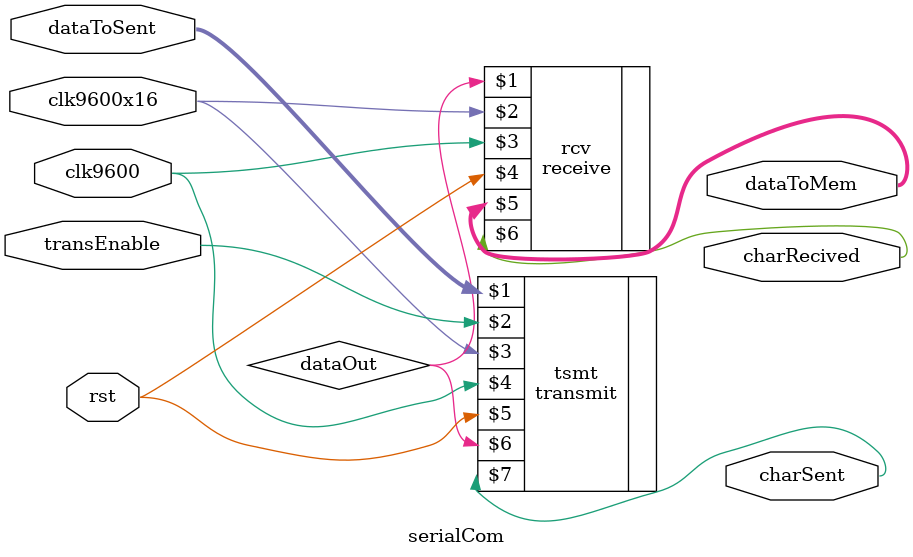
<source format=v>
module serialCom (dataToSent, transEnable, clk9600x16, clk9600, rst, dataToMem, charRecived, charSent);
	input transEnable, clk9600x16, clk9600, rst;
	input [7:0] dataToSent;
	output charRecived, charSent;
	output [7:0] dataToMem;
	wire dataOut;
	
	transmit tsmt (dataToSent, transEnable, clk9600x16, clk9600, rst, dataOut, charSent);	
	
	receive rcv (dataOut, clk9600x16, clk9600, rst, dataToMem, charRecived);
	
endmodule 
</source>
